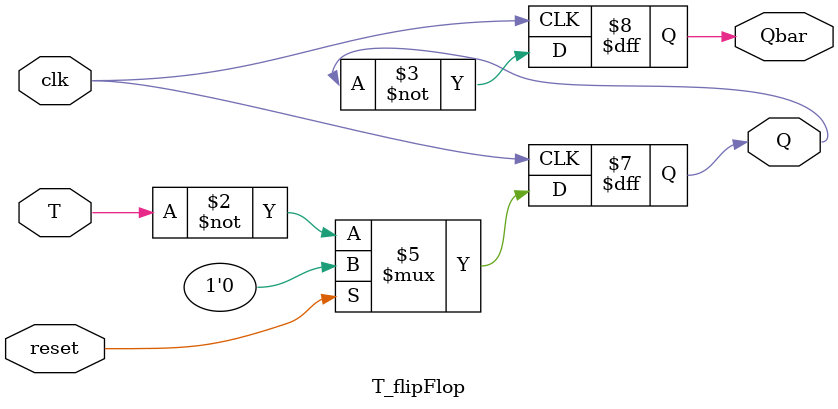
<source format=sv>
module T_flipFlop(Q, Qbar, clk, reset, T);

  input clk, reset, T;
  output reg Q, Qbar;
  
  always @(posedge clk) begin
    if (reset)
      Q <= 1'b0; 
    else
      Q <= ~T;
      
    Qbar <= ~Q;  
  end

endmodule

</source>
